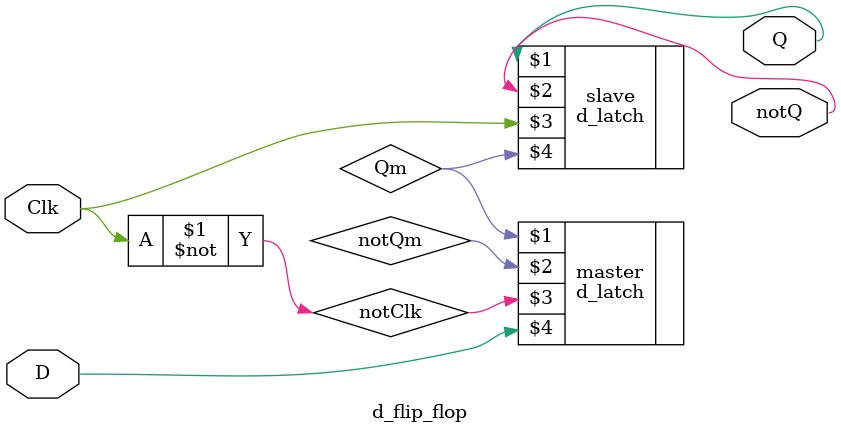
<source format=v>
`timescale 1ns / 1ps
`default_nettype none

module d_flip_flop(Q, notQ, Clk, D);
    output wire Q, notQ;
    input wire Clk, D;

    wire notClk, notnotClk;
    wire Qm, notQm;

    // Inverter with 2ns delay
    not #2 inv0(notClk, Clk);

    // Master latch (enabled when Clk = 0)
    d_latch master(Qm, notQm, notClk, D);

    // Slave latch (enabled when Clk = 1)
    d_latch slave(Q, notQ, Clk, Qm);

endmodule

</source>
